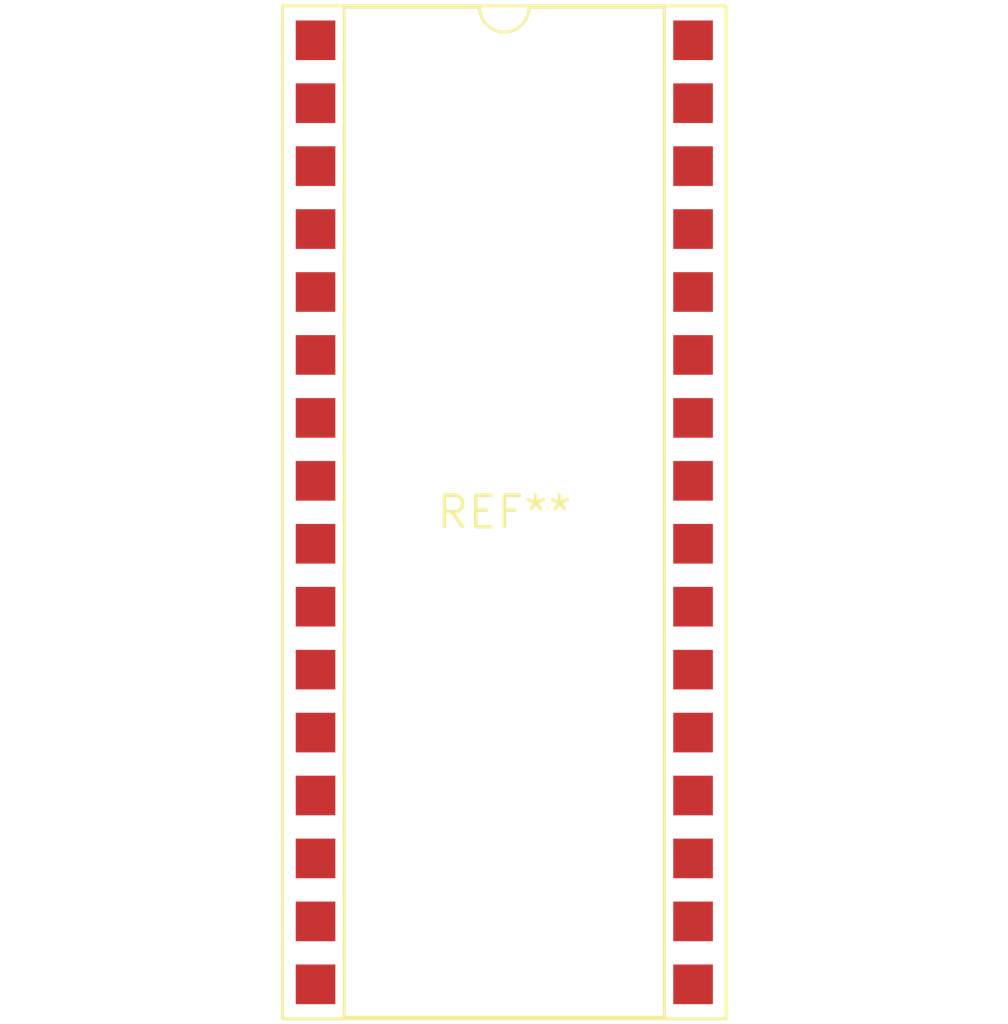
<source format=kicad_pcb>
(kicad_pcb (version 20240108) (generator pcbnew)
  (layers (0 "F.Cu" signal) (31 "B.Cu" signal) (34 "B.Paste" user) (35 "F.Paste" user) (36 "B.SilkS" user "B.Silkscreen") (37 "F.SilkS" user "F.Silkscreen") (38 "B.Mask" user) (39 "F.Mask" user) (44 "Edge.Cuts" user))
  (net 0 "")
  (footprint "DIP-32_W15.24mm_SMDSocket_SmallPads" (layer "F.Cu") (at 0 0)
    (property "Reference" "REF**")
    (property "Value" "DIP-32_W15.24mm_SMDSocket_SmallPads")
    (fp_line (start -8.95 -20.44) (end -8.95 20.44) (layer "F.SilkS") (stroke (width 0.12)))
    (fp_line (start -8.95 20.44) (end 8.95 20.44) (layer "F.SilkS") (stroke (width 0.12)))
    (fp_line (start -6.46 -20.38) (end -6.46 20.38) (layer "F.SilkS") (stroke (width 0.12)))
    (fp_line (start -6.46 20.38) (end 6.46 20.38) (layer "F.SilkS") (stroke (width 0.12)))
    (fp_line (start -1 -20.38) (end -6.46 -20.38) (layer "F.SilkS") (stroke (width 0.12)))
    (fp_line (start 6.46 -20.38) (end 1 -20.38) (layer "F.SilkS") (stroke (width 0.12)))
    (fp_line (start 6.46 20.38) (end 6.46 -20.38) (layer "F.SilkS") (stroke (width 0.12)))
    (fp_line (start 8.95 -20.44) (end -8.95 -20.44) (layer "F.SilkS") (stroke (width 0.12)))
    (fp_line (start 8.95 20.44) (end 8.95 -20.44) (layer "F.SilkS") (stroke (width 0.12)))
    (fp_arc (start 1 -20.38) (mid 0 -19.38) (end -1 -20.38) (layer "F.SilkS") (stroke (width 0.12)))
    (pad "1" smd rect (at -7.62 -19.05) (size 1.6 1.6) (layers "F.Cu" "F.Paste" "F.Mask"))
    (pad "2" smd rect (at -7.62 -16.51) (size 1.6 1.6) (layers "F.Cu" "F.Paste" "F.Mask"))
    (pad "3" smd rect (at -7.62 -13.97) (size 1.6 1.6) (layers "F.Cu" "F.Paste" "F.Mask"))
    (pad "4" smd rect (at -7.62 -11.43) (size 1.6 1.6) (layers "F.Cu" "F.Paste" "F.Mask"))
    (pad "5" smd rect (at -7.62 -8.89) (size 1.6 1.6) (layers "F.Cu" "F.Paste" "F.Mask"))
    (pad "6" smd rect (at -7.62 -6.35) (size 1.6 1.6) (layers "F.Cu" "F.Paste" "F.Mask"))
    (pad "7" smd rect (at -7.62 -3.81) (size 1.6 1.6) (layers "F.Cu" "F.Paste" "F.Mask"))
    (pad "8" smd rect (at -7.62 -1.27) (size 1.6 1.6) (layers "F.Cu" "F.Paste" "F.Mask"))
    (pad "9" smd rect (at -7.62 1.27) (size 1.6 1.6) (layers "F.Cu" "F.Paste" "F.Mask"))
    (pad "10" smd rect (at -7.62 3.81) (size 1.6 1.6) (layers "F.Cu" "F.Paste" "F.Mask"))
    (pad "11" smd rect (at -7.62 6.35) (size 1.6 1.6) (layers "F.Cu" "F.Paste" "F.Mask"))
    (pad "12" smd rect (at -7.62 8.89) (size 1.6 1.6) (layers "F.Cu" "F.Paste" "F.Mask"))
    (pad "13" smd rect (at -7.62 11.43) (size 1.6 1.6) (layers "F.Cu" "F.Paste" "F.Mask"))
    (pad "14" smd rect (at -7.62 13.97) (size 1.6 1.6) (layers "F.Cu" "F.Paste" "F.Mask"))
    (pad "15" smd rect (at -7.62 16.51) (size 1.6 1.6) (layers "F.Cu" "F.Paste" "F.Mask"))
    (pad "16" smd rect (at -7.62 19.05) (size 1.6 1.6) (layers "F.Cu" "F.Paste" "F.Mask"))
    (pad "17" smd rect (at 7.62 19.05) (size 1.6 1.6) (layers "F.Cu" "F.Paste" "F.Mask"))
    (pad "18" smd rect (at 7.62 16.51) (size 1.6 1.6) (layers "F.Cu" "F.Paste" "F.Mask"))
    (pad "19" smd rect (at 7.62 13.97) (size 1.6 1.6) (layers "F.Cu" "F.Paste" "F.Mask"))
    (pad "20" smd rect (at 7.62 11.43) (size 1.6 1.6) (layers "F.Cu" "F.Paste" "F.Mask"))
    (pad "21" smd rect (at 7.62 8.89) (size 1.6 1.6) (layers "F.Cu" "F.Paste" "F.Mask"))
    (pad "22" smd rect (at 7.62 6.35) (size 1.6 1.6) (layers "F.Cu" "F.Paste" "F.Mask"))
    (pad "23" smd rect (at 7.62 3.81) (size 1.6 1.6) (layers "F.Cu" "F.Paste" "F.Mask"))
    (pad "24" smd rect (at 7.62 1.27) (size 1.6 1.6) (layers "F.Cu" "F.Paste" "F.Mask"))
    (pad "25" smd rect (at 7.62 -1.27) (size 1.6 1.6) (layers "F.Cu" "F.Paste" "F.Mask"))
    (pad "26" smd rect (at 7.62 -3.81) (size 1.6 1.6) (layers "F.Cu" "F.Paste" "F.Mask"))
    (pad "27" smd rect (at 7.62 -6.35) (size 1.6 1.6) (layers "F.Cu" "F.Paste" "F.Mask"))
    (pad "28" smd rect (at 7.62 -8.89) (size 1.6 1.6) (layers "F.Cu" "F.Paste" "F.Mask"))
    (pad "29" smd rect (at 7.62 -11.43) (size 1.6 1.6) (layers "F.Cu" "F.Paste" "F.Mask"))
    (pad "30" smd rect (at 7.62 -13.97) (size 1.6 1.6) (layers "F.Cu" "F.Paste" "F.Mask"))
    (pad "31" smd rect (at 7.62 -16.51) (size 1.6 1.6) (layers "F.Cu" "F.Paste" "F.Mask"))
    (pad "32" smd rect (at 7.62 -19.05) (size 1.6 1.6) (layers "F.Cu" "F.Paste" "F.Mask"))
  )
)
</source>
